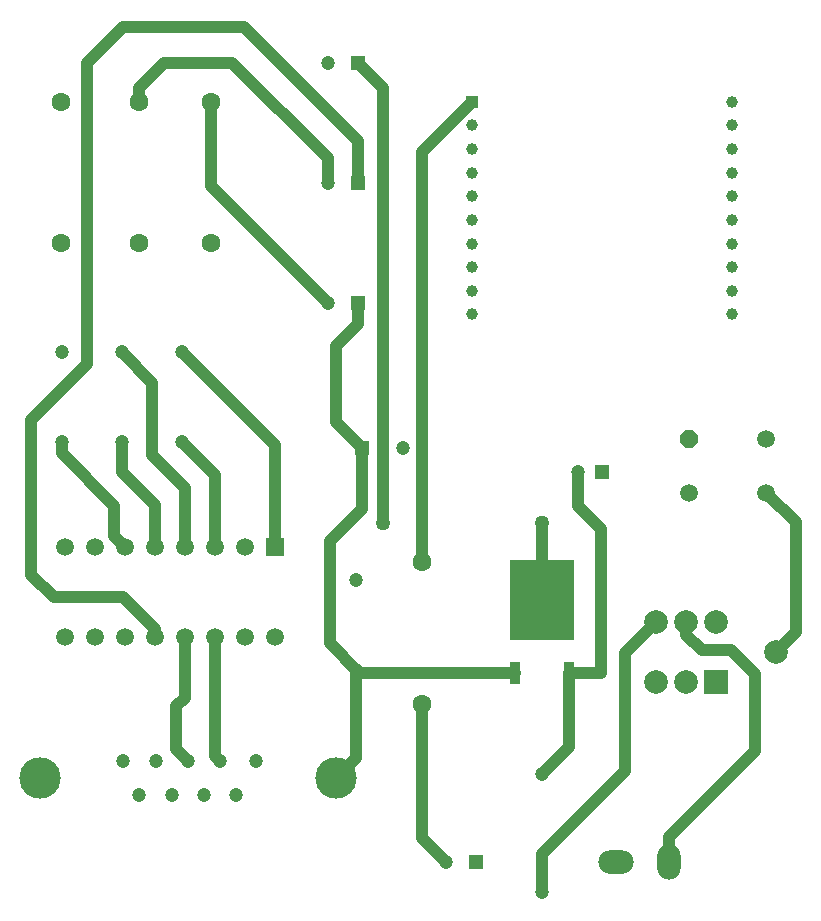
<source format=gtl>
%FSLAX44Y44*%
%MOMM*%
G71*
G01*
G75*
G04 Layer_Physical_Order=1*
G04 Layer_Color=255*
%ADD10R,5.5000X6.9000*%
%ADD11R,0.9500X1.9000*%
%ADD12C,1.0000*%
%ADD13O,2.0000X3.0000*%
%ADD14O,3.0000X2.0000*%
%ADD15C,1.0000*%
%ADD16R,1.0000X1.0000*%
%ADD17R,2.0000X2.0000*%
%ADD18C,2.0000*%
%ADD19C,1.2000*%
%ADD20C,3.5000*%
%ADD21R,1.5000X1.5000*%
%ADD22C,1.5000*%
%ADD23R,1.2000X1.2000*%
%ADD24C,1.6000*%
%ADD25C,1.5000*%
%ADD26P,1.6236X8X202.5*%
%ADD27C,1.2700*%
G54D10*
X1417200Y1012500D02*
D03*
G54D11*
X1440000Y950500D02*
D03*
X1394400D02*
D03*
G54D12*
X1447800Y1120800D02*
X1448000Y1121000D01*
X1447800Y1092454D02*
Y1120800D01*
Y1092454D02*
X1467500Y1072754D01*
Y950468D02*
Y1072754D01*
X1440000Y950468D02*
X1467500D01*
X1607180Y1103580D02*
X1632500Y1078260D01*
Y985780D02*
Y1078260D01*
X1615320Y968600D02*
X1632500Y985780D01*
X1282500Y1077500D02*
Y1446300D01*
X1261380Y1467420D02*
X1282500Y1446300D01*
X1061600Y1222400D02*
X1087500Y1196500D01*
Y1135000D02*
Y1196500D01*
Y1135000D02*
X1114940Y1107560D01*
Y1057500D02*
Y1107560D01*
X1235980Y1365820D02*
Y1386520D01*
X1155000Y1467500D02*
X1235980Y1386520D01*
X1097500Y1467500D02*
X1155000D01*
X1076340Y1446340D02*
X1097500Y1467500D01*
X1076340Y1434520D02*
Y1446340D01*
X1261380Y1365820D02*
Y1401120D01*
X1165000Y1497500D02*
X1261380Y1401120D01*
X1062500Y1497500D02*
X1165000D01*
X1032002Y1467002D02*
X1062500Y1497500D01*
X1032002Y1212002D02*
Y1467002D01*
X985000Y1165000D02*
X1032002Y1212002D01*
X985000Y1034046D02*
Y1165000D01*
Y1034046D02*
X1004046Y1015000D01*
X1062500D01*
X1089540Y987960D01*
Y981300D02*
Y987960D01*
X1417200Y1012500D02*
Y1077200D01*
X1417500Y1077500D01*
X1061600Y1120900D02*
Y1146400D01*
Y1120900D02*
X1089540Y1092960D01*
Y1057500D02*
Y1092960D01*
X1055000Y1066640D02*
X1064140Y1057500D01*
X1055000Y1066640D02*
Y1092500D01*
X1010800Y1136700D02*
X1055000Y1092500D01*
X1010800Y1136700D02*
Y1146400D01*
X1114940Y929894D02*
Y981300D01*
X1107500Y922454D02*
X1114940Y929894D01*
X1107500Y886100D02*
Y922454D01*
Y886100D02*
X1117480Y876120D01*
X1262780Y950500D02*
X1394400D01*
X1237500Y975780D02*
X1262780Y950500D01*
X1264800Y1090034D02*
Y1141320D01*
X1237500Y1062734D02*
X1264800Y1090034D01*
X1237500Y975780D02*
Y1062734D01*
X1261380Y1246380D02*
Y1264220D01*
X1242500Y1227500D02*
X1261380Y1246380D01*
X1242500Y1163620D02*
Y1227500D01*
Y1163620D02*
X1264800Y1141320D01*
X1487500Y967780D02*
X1513720Y994000D01*
X1487500Y867500D02*
Y967780D01*
X1417200Y797200D02*
X1487500Y867500D01*
X1417200Y765400D02*
Y797200D01*
X1524520Y790800D02*
Y812020D01*
X1597500Y885000D01*
Y949866D01*
X1577366Y970000D02*
X1597500Y949866D01*
X1552500Y970000D02*
X1577366D01*
X1539120Y983380D02*
X1552500Y970000D01*
X1539120Y983380D02*
Y994000D01*
X1440000Y950468D02*
Y950500D01*
Y888200D02*
Y950468D01*
X1259720Y879160D02*
Y953560D01*
X1242480Y861920D02*
X1259720Y879160D01*
X1140340Y1057500D02*
Y1118660D01*
X1112400Y1146600D02*
X1140340Y1118660D01*
X1315600Y811120D02*
Y924800D01*
Y811120D02*
X1335920Y790800D01*
X1140340Y880660D02*
Y981300D01*
Y880660D02*
X1144880Y876120D01*
X1137300Y1362900D02*
Y1434520D01*
Y1362900D02*
X1235980Y1264220D01*
X1191140Y1057500D02*
Y1143860D01*
X1112400Y1222600D02*
X1191140Y1143860D01*
X1417200Y865400D02*
X1440000Y888200D01*
X1315600Y1044800D02*
Y1391960D01*
X1358000Y1434360D01*
X1440000Y950468D02*
Y950500D01*
G54D13*
X1524520Y790800D02*
D03*
G54D14*
X1479560D02*
D03*
G54D15*
X1578000Y1434360D02*
D03*
Y1414360D02*
D03*
Y1394360D02*
D03*
Y1374360D02*
D03*
Y1354360D02*
D03*
Y1334360D02*
D03*
Y1314360D02*
D03*
Y1294360D02*
D03*
Y1274360D02*
D03*
Y1254360D02*
D03*
X1358000Y1414360D02*
D03*
Y1394360D02*
D03*
Y1374360D02*
D03*
Y1354360D02*
D03*
Y1334360D02*
D03*
Y1314360D02*
D03*
Y1294360D02*
D03*
Y1274360D02*
D03*
Y1254360D02*
D03*
G54D16*
Y1434360D02*
D03*
G54D17*
X1564520Y943200D02*
D03*
G54D18*
X1615320Y968600D02*
D03*
X1539120Y943200D02*
D03*
X1564520Y994000D02*
D03*
X1513720D02*
D03*
X1539120D02*
D03*
X1513720Y943200D02*
D03*
G54D19*
X1112400Y1222600D02*
D03*
Y1146600D02*
D03*
X1259720Y1029560D02*
D03*
Y953560D02*
D03*
X1158580Y847720D02*
D03*
X1131180D02*
D03*
X1103780D02*
D03*
X1076380D02*
D03*
X1175280Y876120D02*
D03*
X1144880D02*
D03*
X1062680D02*
D03*
X1090080D02*
D03*
X1117480D02*
D03*
X1061600Y1146400D02*
D03*
Y1222400D02*
D03*
X1010800Y1146400D02*
D03*
Y1222400D02*
D03*
X1417200Y865400D02*
D03*
Y765400D02*
D03*
X1299800Y1141320D02*
D03*
X1448000Y1121000D02*
D03*
X1235980Y1264220D02*
D03*
X1335920Y790800D02*
D03*
X1235980Y1365820D02*
D03*
Y1467420D02*
D03*
G54D20*
X1242480Y861920D02*
D03*
X992480D02*
D03*
G54D21*
X1191140Y1057500D02*
D03*
G54D22*
X1165740D02*
D03*
X1140340D02*
D03*
X1114940D02*
D03*
X1089540D02*
D03*
X1064140D02*
D03*
X1038740D02*
D03*
X1013340D02*
D03*
X1191140Y981300D02*
D03*
X1165740D02*
D03*
X1140340D02*
D03*
X1114940D02*
D03*
X1089540D02*
D03*
X1064140D02*
D03*
X1038740D02*
D03*
X1013340D02*
D03*
G54D23*
X1264800Y1141320D02*
D03*
X1468000Y1121000D02*
D03*
X1261380Y1264220D02*
D03*
X1361320Y790800D02*
D03*
X1261380Y1365820D02*
D03*
Y1467420D02*
D03*
G54D24*
X1137300Y1314520D02*
D03*
Y1434520D02*
D03*
X1315600Y1044800D02*
D03*
Y924800D02*
D03*
X1076340Y1314520D02*
D03*
Y1434520D02*
D03*
X1010300Y1314520D02*
D03*
Y1434520D02*
D03*
G54D25*
X1607180Y1103580D02*
D03*
Y1148580D02*
D03*
X1542180Y1103580D02*
D03*
G54D26*
Y1148580D02*
D03*
G54D27*
X1282500Y1077500D02*
D03*
X1417500D02*
D03*
M02*

</source>
